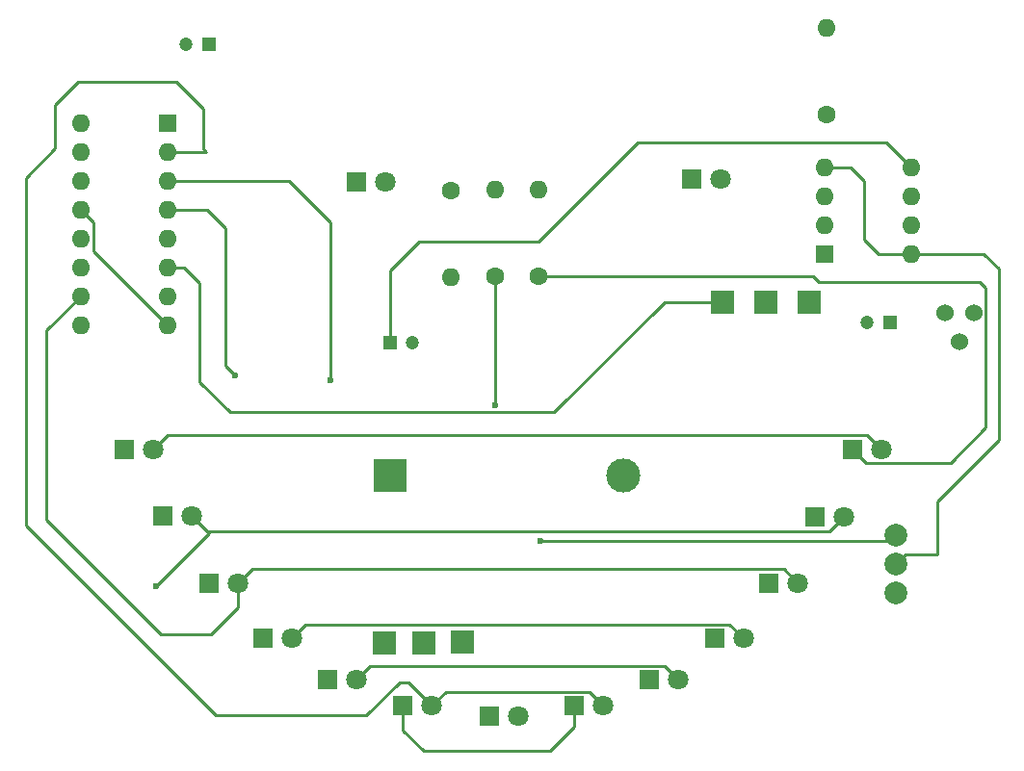
<source format=gbr>
%TF.GenerationSoftware,KiCad,Pcbnew,(5.1.9)-1*%
%TF.CreationDate,2021-04-30T09:58:51+02:00*%
%TF.ProjectId,Smiley2,536d696c-6579-4322-9e6b-696361645f70,rev?*%
%TF.SameCoordinates,Original*%
%TF.FileFunction,Copper,L1,Top*%
%TF.FilePolarity,Positive*%
%FSLAX46Y46*%
G04 Gerber Fmt 4.6, Leading zero omitted, Abs format (unit mm)*
G04 Created by KiCad (PCBNEW (5.1.9)-1) date 2021-04-30 09:58:51*
%MOMM*%
%LPD*%
G01*
G04 APERTURE LIST*
%TA.AperFunction,ComponentPad*%
%ADD10R,1.200000X1.200000*%
%TD*%
%TA.AperFunction,ComponentPad*%
%ADD11C,1.200000*%
%TD*%
%TA.AperFunction,ComponentPad*%
%ADD12R,1.800000X1.800000*%
%TD*%
%TA.AperFunction,ComponentPad*%
%ADD13C,1.800000*%
%TD*%
%TA.AperFunction,ComponentPad*%
%ADD14O,1.600000X1.600000*%
%TD*%
%TA.AperFunction,ComponentPad*%
%ADD15C,1.600000*%
%TD*%
%TA.AperFunction,ComponentPad*%
%ADD16C,2.000000*%
%TD*%
%TA.AperFunction,ComponentPad*%
%ADD17C,3.000000*%
%TD*%
%TA.AperFunction,ComponentPad*%
%ADD18R,3.000000X3.000000*%
%TD*%
%TA.AperFunction,ComponentPad*%
%ADD19R,1.600000X1.600000*%
%TD*%
%TA.AperFunction,ComponentPad*%
%ADD20R,2.000000X2.000000*%
%TD*%
%TA.AperFunction,ComponentPad*%
%ADD21C,1.524000*%
%TD*%
%TA.AperFunction,ViaPad*%
%ADD22C,0.600000*%
%TD*%
%TA.AperFunction,Conductor*%
%ADD23C,0.250000*%
%TD*%
G04 APERTURE END LIST*
D10*
%TO.P,C1,1*%
%TO.N,Net-(C1-Pad1)*%
X34372000Y1808500D03*
D11*
%TO.P,C1,2*%
%TO.N,Net-(C1-Pad2)*%
X32372000Y1808500D03*
%TD*%
D10*
%TO.P,C2,1*%
%TO.N,Net-(C2-Pad1)*%
X-9570000Y94000D03*
D11*
%TO.P,C2,2*%
%TO.N,Net-(C1-Pad2)*%
X-7570000Y94000D03*
%TD*%
%TO.P,C3,2*%
%TO.N,Net-(C1-Pad2)*%
X-27480000Y26300000D03*
D10*
%TO.P,C3,1*%
%TO.N,Net-(C3-Pad1)*%
X-25480000Y26300000D03*
%TD*%
D12*
%TO.P,D1,1*%
%TO.N,Net-(D1-Pad1)*%
X-850000Y-32820000D03*
D13*
%TO.P,D1,2*%
%TO.N,Net-(D1-Pad2)*%
X1690000Y-32820000D03*
%TD*%
%TO.P,D2,2*%
%TO.N,Net-(D2-Pad2)*%
X9180000Y-31870000D03*
D12*
%TO.P,D2,1*%
%TO.N,Net-(D2-Pad1)*%
X6640000Y-31870000D03*
%TD*%
D13*
%TO.P,D3,2*%
%TO.N,Net-(D3-Pad2)*%
X15770000Y-29610000D03*
D12*
%TO.P,D3,1*%
%TO.N,Net-(D2-Pad1)*%
X13230000Y-29610000D03*
%TD*%
D13*
%TO.P,D4,2*%
%TO.N,Net-(D4-Pad2)*%
X21500000Y-25960000D03*
D12*
%TO.P,D4,1*%
%TO.N,Net-(D2-Pad1)*%
X18960000Y-25960000D03*
%TD*%
%TO.P,D5,1*%
%TO.N,Net-(D2-Pad1)*%
X23740000Y-21080000D03*
D13*
%TO.P,D5,2*%
%TO.N,Net-(D5-Pad2)*%
X26280000Y-21080000D03*
%TD*%
D12*
%TO.P,D6,1*%
%TO.N,Net-(D2-Pad1)*%
X27768000Y-15273000D03*
D13*
%TO.P,D6,2*%
%TO.N,Net-(D6-Pad2)*%
X30308000Y-15273000D03*
%TD*%
%TO.P,D7,2*%
%TO.N,Net-(D7-Pad2)*%
X33590000Y-9304000D03*
D12*
%TO.P,D7,1*%
%TO.N,Net-(D2-Pad1)*%
X31050000Y-9304000D03*
%TD*%
D13*
%TO.P,D8,2*%
%TO.N,Net-(D8-Pad2)*%
X19513000Y14445000D03*
D12*
%TO.P,D8,1*%
%TO.N,Net-(D8-Pad1)*%
X16973000Y14445000D03*
%TD*%
%TO.P,D22,1*%
%TO.N,Net-(D2-Pad1)*%
X-8430000Y-31870000D03*
D13*
%TO.P,D22,2*%
%TO.N,Net-(D2-Pad2)*%
X-5890000Y-31870000D03*
%TD*%
D12*
%TO.P,D33,1*%
%TO.N,Net-(D2-Pad1)*%
X-15070000Y-29570000D03*
D13*
%TO.P,D33,2*%
%TO.N,Net-(D3-Pad2)*%
X-12530000Y-29570000D03*
%TD*%
D12*
%TO.P,D44,1*%
%TO.N,Net-(D2-Pad1)*%
X-20760000Y-25910000D03*
D13*
%TO.P,D44,2*%
%TO.N,Net-(D4-Pad2)*%
X-18220000Y-25910000D03*
%TD*%
%TO.P,D55,2*%
%TO.N,Net-(D5-Pad2)*%
X-22910000Y-21080000D03*
D12*
%TO.P,D55,1*%
%TO.N,Net-(D2-Pad1)*%
X-25450000Y-21080000D03*
%TD*%
D13*
%TO.P,D66,2*%
%TO.N,Net-(D6-Pad2)*%
X-26970000Y-15170000D03*
D12*
%TO.P,D66,1*%
%TO.N,Net-(D2-Pad1)*%
X-29510000Y-15170000D03*
%TD*%
%TO.P,D77,1*%
%TO.N,Net-(D2-Pad1)*%
X-32900000Y-9350000D03*
D13*
%TO.P,D77,2*%
%TO.N,Net-(D7-Pad2)*%
X-30360000Y-9350000D03*
%TD*%
D12*
%TO.P,D88,1*%
%TO.N,Net-(D8-Pad1)*%
X-12560000Y14180000D03*
D13*
%TO.P,D88,2*%
%TO.N,Net-(D8-Pad2)*%
X-10020000Y14180000D03*
%TD*%
D14*
%TO.P,R1,2*%
%TO.N,Net-(P1-Pad1)*%
X28784000Y27780000D03*
D15*
%TO.P,R1,1*%
%TO.N,Net-(C3-Pad1)*%
X28784000Y20160000D03*
%TD*%
D14*
%TO.P,R2,2*%
%TO.N,Net-(C1-Pad2)*%
X-4200000Y5840000D03*
D15*
%TO.P,R2,1*%
%TO.N,Net-(D8-Pad1)*%
X-4200000Y13460000D03*
%TD*%
%TO.P,R3,1*%
%TO.N,Net-(D2-Pad1)*%
X3511000Y5872500D03*
D14*
%TO.P,R3,2*%
%TO.N,Net-(C1-Pad2)*%
X3511000Y13492500D03*
%TD*%
D15*
%TO.P,R4,1*%
%TO.N,Net-(R4-Pad1)*%
X-299000Y5872500D03*
D14*
%TO.P,R4,2*%
%TO.N,Net-(C1-Pad2)*%
X-299000Y13492500D03*
%TD*%
D16*
%TO.P,S1,1*%
%TO.N,Net-(S1-Pad1)*%
X34880000Y-21980000D03*
%TO.P,S1,2*%
%TO.N,Net-(C3-Pad1)*%
X34880000Y-19440000D03*
%TO.P,S1,3*%
%TO.N,Net-(S1-Pad3)*%
X34880000Y-16900000D03*
%TD*%
D17*
%TO.P,U1,2*%
%TO.N,Net-(C1-Pad2)*%
X10920000Y-11590000D03*
D18*
%TO.P,U1,1*%
%TO.N,Net-(S1-Pad3)*%
X-9570000Y-11590000D03*
%TD*%
D19*
%TO.P,U2,1*%
%TO.N,Net-(C1-Pad2)*%
X28657000Y7841000D03*
D14*
%TO.P,U2,5*%
%TO.N,Net-(C2-Pad1)*%
X36277000Y15461000D03*
%TO.P,U2,2*%
%TO.N,Net-(C1-Pad1)*%
X28657000Y10381000D03*
%TO.P,U2,6*%
X36277000Y12921000D03*
%TO.P,U2,3*%
%TO.N,Net-(U2-Pad3)*%
X28657000Y12921000D03*
%TO.P,U2,7*%
%TO.N,Net-(P1-Pad1)*%
X36277000Y10381000D03*
%TO.P,U2,4*%
%TO.N,Net-(C3-Pad1)*%
X28657000Y15461000D03*
%TO.P,U2,8*%
X36277000Y7841000D03*
%TD*%
D19*
%TO.P,U3,1*%
%TO.N,Net-(D6-Pad2)*%
X-29128000Y19398000D03*
D14*
%TO.P,U3,9*%
%TO.N,Net-(U3-Pad9)*%
X-36748000Y1618000D03*
%TO.P,U3,2*%
%TO.N,Net-(D2-Pad2)*%
X-29128000Y16858000D03*
%TO.P,U3,10*%
%TO.N,Net-(D5-Pad2)*%
X-36748000Y4158000D03*
%TO.P,U3,3*%
%TO.N,Net-(D1-Pad2)*%
X-29128000Y14318000D03*
%TO.P,U3,11*%
%TO.N,Net-(U3-Pad11)*%
X-36748000Y6698000D03*
%TO.P,U3,4*%
%TO.N,Net-(D3-Pad2)*%
X-29128000Y11778000D03*
%TO.P,U3,12*%
%TO.N,Net-(U3-Pad12)*%
X-36748000Y9238000D03*
%TO.P,U3,5*%
%TO.N,Net-(D7-Pad2)*%
X-29128000Y9238000D03*
%TO.P,U3,13*%
%TO.N,Net-(C1-Pad2)*%
X-36748000Y11778000D03*
%TO.P,U3,6*%
%TO.N,Net-(U3-Pad6)*%
X-29128000Y6698000D03*
%TO.P,U3,14*%
%TO.N,Net-(U2-Pad3)*%
X-36748000Y14318000D03*
%TO.P,U3,7*%
%TO.N,Net-(D4-Pad2)*%
X-29128000Y4158000D03*
%TO.P,U3,15*%
%TO.N,Net-(C1-Pad2)*%
X-36748000Y16858000D03*
%TO.P,U3,8*%
X-29128000Y1618000D03*
%TO.P,U3,16*%
%TO.N,Net-(C3-Pad1)*%
X-36748000Y19398000D03*
%TD*%
D20*
%TO.P,U4,1*%
%TO.N,Net-(U3-Pad6)*%
X19640000Y3650000D03*
%TD*%
%TO.P,U5,1*%
%TO.N,Net-(U2-Pad3)*%
X27260000Y3650000D03*
%TD*%
%TO.P,U6,1*%
%TO.N,Net-(D8-Pad2)*%
X23450000Y3650000D03*
%TD*%
%TO.P,U7,1*%
%TO.N,Net-(D1-Pad1)*%
X-6600000Y-26400000D03*
%TD*%
%TO.P,U8,1*%
%TO.N,Net-(D2-Pad1)*%
X-10040000Y-26350000D03*
%TD*%
%TO.P,U9,1*%
%TO.N,Net-(R4-Pad1)*%
X-3170000Y-26290000D03*
%TD*%
D21*
%TO.P,P1,1*%
%TO.N,Net-(P1-Pad1)*%
X41710000Y2660000D03*
%TO.P,P1,2*%
%TO.N,Net-(C1-Pad1)*%
X39170000Y2660000D03*
%TO.P,P1,3*%
%TO.N,Net-(P1-Pad1)*%
X40440000Y120000D03*
%TD*%
D22*
%TO.N,Net-(D1-Pad2)*%
X-14770000Y-3260000D03*
%TO.N,Net-(D3-Pad2)*%
X-23200000Y-2810000D03*
%TO.N,Net-(D6-Pad2)*%
X-30100000Y-21330000D03*
%TO.N,Net-(R4-Pad1)*%
X-340000Y-5420000D03*
%TO.N,Net-(S1-Pad3)*%
X3650000Y-17420000D03*
%TD*%
D23*
%TO.N,Net-(C1-Pad2)*%
X-35622999Y8112999D02*
X-29128000Y1618000D01*
X-35622999Y10652999D02*
X-35622999Y8112999D01*
X-36748000Y11778000D02*
X-35622999Y10652999D01*
%TO.N,Net-(C2-Pad1)*%
X-9570000Y6420000D02*
X-9570000Y94000D01*
X-7030000Y8960000D02*
X-9570000Y6420000D01*
X3480000Y8960000D02*
X-7030000Y8960000D01*
X12200000Y17680000D02*
X3480000Y8960000D01*
X34058000Y17680000D02*
X12200000Y17680000D01*
X36277000Y15461000D02*
X34058000Y17680000D01*
%TO.N,Net-(C3-Pad1)*%
X36277000Y7841000D02*
X33359000Y7841000D01*
X33359000Y7841000D02*
X32060000Y9140000D01*
X32060000Y9140000D02*
X32060000Y14270000D01*
X30869000Y15461000D02*
X28657000Y15461000D01*
X32060000Y14270000D02*
X30869000Y15461000D01*
X36277000Y7841000D02*
X42629000Y7841000D01*
X42629000Y7841000D02*
X43920000Y6550000D01*
X43920000Y6550000D02*
X43920000Y-8510000D01*
X43920000Y-8510000D02*
X38500000Y-13930000D01*
X38500000Y-18550000D02*
X35770000Y-18550000D01*
X35770000Y-18550000D02*
X34880000Y-19440000D01*
X38500000Y-13930000D02*
X38500000Y-18550000D01*
%TO.N,Net-(D1-Pad2)*%
X-14770000Y-3260000D02*
X-14770000Y10610000D01*
X-18478000Y14318000D02*
X-29128000Y14318000D01*
X-14770000Y10610000D02*
X-18478000Y14318000D01*
%TO.N,Net-(D2-Pad2)*%
X-4664999Y-30644999D02*
X-5890000Y-31870000D01*
X7954999Y-30644999D02*
X-4664999Y-30644999D01*
X9180000Y-31870000D02*
X7954999Y-30644999D01*
X-8700000Y-29800000D02*
X-7960000Y-29800000D01*
X-29128000Y16858000D02*
X-25712000Y16858000D01*
X-25960000Y20630000D02*
X-28350000Y23020000D01*
X-25712000Y16858000D02*
X-25960000Y17106000D01*
X-25960000Y17106000D02*
X-25960000Y20630000D01*
X-7960000Y-29800000D02*
X-5890000Y-31870000D01*
X-11650000Y-32750000D02*
X-8700000Y-29800000D01*
X-36420000Y23020000D02*
X-36960000Y23020000D01*
X-28350000Y23020000D02*
X-36420000Y23020000D01*
X-36420000Y23020000D02*
X-36690000Y23020000D01*
X-36960000Y23020000D02*
X-38990000Y20990000D01*
X-38990000Y20990000D02*
X-38990000Y17130000D01*
X-38990000Y17130000D02*
X-41550000Y14570000D01*
X-41550000Y14570000D02*
X-41550000Y-14770000D01*
X-41550000Y-14770000D02*
X-41580000Y-14800000D01*
X-41580000Y-14800000D02*
X-41580000Y-16030000D01*
X-24860000Y-32750000D02*
X-24830000Y-32750000D01*
X-41580000Y-16030000D02*
X-24860000Y-32750000D01*
X-24830000Y-32750000D02*
X-11650000Y-32750000D01*
%TO.N,Net-(D2-Pad1)*%
X-8430000Y-31870000D02*
X-8430000Y-34080000D01*
X-8430000Y-34080000D02*
X-6630000Y-35880000D01*
X-6630000Y-35880000D02*
X4460000Y-35880000D01*
X6640000Y-33700000D02*
X6640000Y-31870000D01*
X4460000Y-35880000D02*
X6640000Y-33700000D01*
X27622502Y5872500D02*
X28135002Y5360000D01*
X3511000Y5872500D02*
X27622502Y5872500D01*
X28135002Y5360000D02*
X42290000Y5360000D01*
X42797001Y4852999D02*
X42797001Y-7432999D01*
X42290000Y5360000D02*
X42797001Y4852999D01*
X32275001Y-10529001D02*
X31050000Y-9304000D01*
X39700999Y-10529001D02*
X32275001Y-10529001D01*
X42797001Y-7432999D02*
X39700999Y-10529001D01*
%TO.N,Net-(D3-Pad2)*%
X-11344999Y-28384999D02*
X-12530000Y-29570000D01*
X14544999Y-28384999D02*
X-11344999Y-28384999D01*
X15770000Y-29610000D02*
X14544999Y-28384999D01*
X-23200000Y-2810000D02*
X-24020000Y-1990000D01*
X-24020000Y-1990000D02*
X-24020000Y10160000D01*
X-25638000Y11778000D02*
X-29128000Y11778000D01*
X-24020000Y10160000D02*
X-25638000Y11778000D01*
%TO.N,Net-(D4-Pad2)*%
X-17044999Y-24734999D02*
X-18220000Y-25910000D01*
X20274999Y-24734999D02*
X-17044999Y-24734999D01*
X21500000Y-25960000D02*
X20274999Y-24734999D01*
%TO.N,Net-(D5-Pad2)*%
X-36748000Y4158000D02*
X-39750000Y1156000D01*
X-39750000Y1156000D02*
X-39750000Y-15560000D01*
X-39750000Y-15560000D02*
X-29730000Y-25580000D01*
X-29730000Y-25580000D02*
X-25280000Y-25580000D01*
X-22910000Y-23210000D02*
X-22910000Y-21080000D01*
X-25280000Y-25580000D02*
X-22910000Y-23210000D01*
X-21684999Y-19854999D02*
X-22910000Y-21080000D01*
X25054999Y-19854999D02*
X-21684999Y-19854999D01*
X26280000Y-21080000D02*
X25054999Y-19854999D01*
%TO.N,Net-(D6-Pad2)*%
X-25641999Y-16498001D02*
X-26970000Y-15170000D01*
X30308000Y-15273000D02*
X29082999Y-16498001D01*
X-25458001Y-16688001D02*
X-25458001Y-16498001D01*
X-30100000Y-21330000D02*
X-25458001Y-16688001D01*
X-25458001Y-16498001D02*
X-25641999Y-16498001D01*
X29082999Y-16498001D02*
X-25458001Y-16498001D01*
%TO.N,Net-(D7-Pad2)*%
X32364999Y-8078999D02*
X33590000Y-9304000D01*
X-29088999Y-8078999D02*
X32364999Y-8078999D01*
X-30360000Y-9350000D02*
X-29088999Y-8078999D01*
%TO.N,Net-(R4-Pad1)*%
X-299000Y-5379000D02*
X-340000Y-5420000D01*
X-299000Y5872500D02*
X-299000Y-5379000D01*
%TO.N,Net-(S1-Pad3)*%
X34360000Y-17420000D02*
X34880000Y-16900000D01*
X3650000Y-17420000D02*
X34360000Y-17420000D01*
%TO.N,Net-(U3-Pad6)*%
X19640000Y3650000D02*
X14530000Y3650000D01*
X4834999Y-6045001D02*
X-23654999Y-6045001D01*
X14530000Y3650000D02*
X4834999Y-6045001D01*
X-23654999Y-6045001D02*
X-26290000Y-3410000D01*
X-26290000Y-3410000D02*
X-26290000Y5320000D01*
X-27668000Y6698000D02*
X-29128000Y6698000D01*
X-26290000Y5320000D02*
X-27668000Y6698000D01*
%TD*%
M02*

</source>
